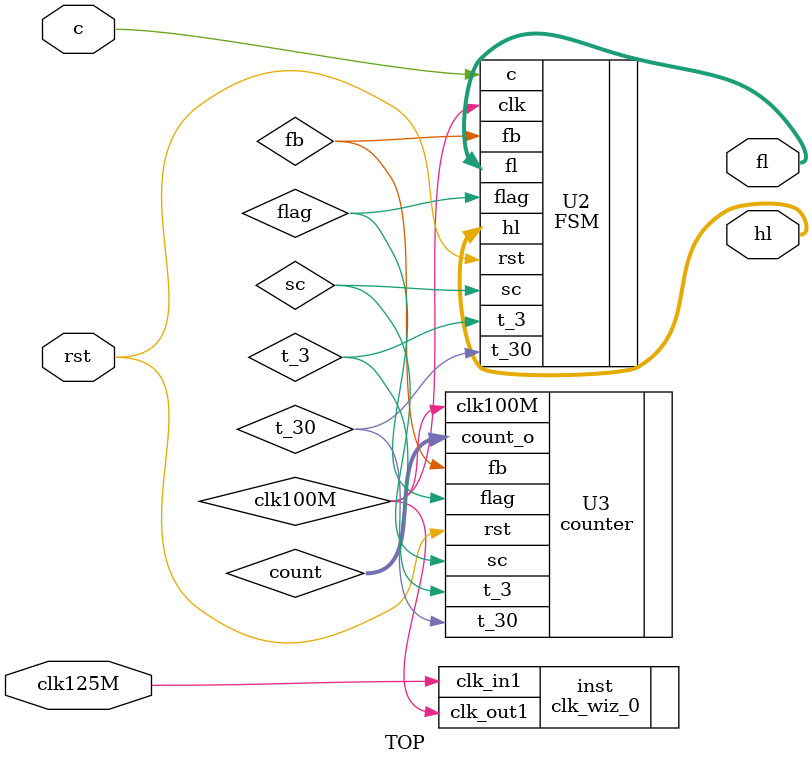
<source format=v>
`timescale 1ns / 1ps

//this module head used in FPGA
//module TOP(clk_in1p,clk_in1n,rst,c,fl,hl);//,LED_l,LED_h,sel);
//    input clk_in1p,clk_in1n,rst,c;
//    output [2:0] hl;
//    output [2:0] fl;


//this module head used for simulation
module TOP(clk125M,rst,c,fl,hl);
    input clk125M,rst,c;
    output [2:0] hl;    //output [7:0] LED_l;
    output [2:0] fl;    //output [7:0] LED_h;
    //output [7:0] sel;

    
    wire clk,t_30,t_3,sc,fb,flag,clk100M;
    wire [4:0] count;    
    

   // this module only used in FPGA
     clk_wiz_0 inst
  (
  // Clock out ports  
  .clk_out1(clk100M),
 // Clock in ports
  .clk_in1(clk125M)
  );

    FSM U2(.clk(clk100M),.rst(rst),.fb(fb),.flag(flag),.c(c),.t_30(t_30),.t_3(t_3),.sc(sc),.fl(fl),.hl(hl));
    counter U3(.clk100M(clk100M),.rst(rst),.sc(sc),.fb(fb),.flag(flag),.t_30(t_30),.t_3(t_3),.count_o(count));
    //LED U4(.clk(clk_in1),.count(count),.LED_l(LED_l),.LED_h(LED_h),.sel(sel));

endmodule

</source>
